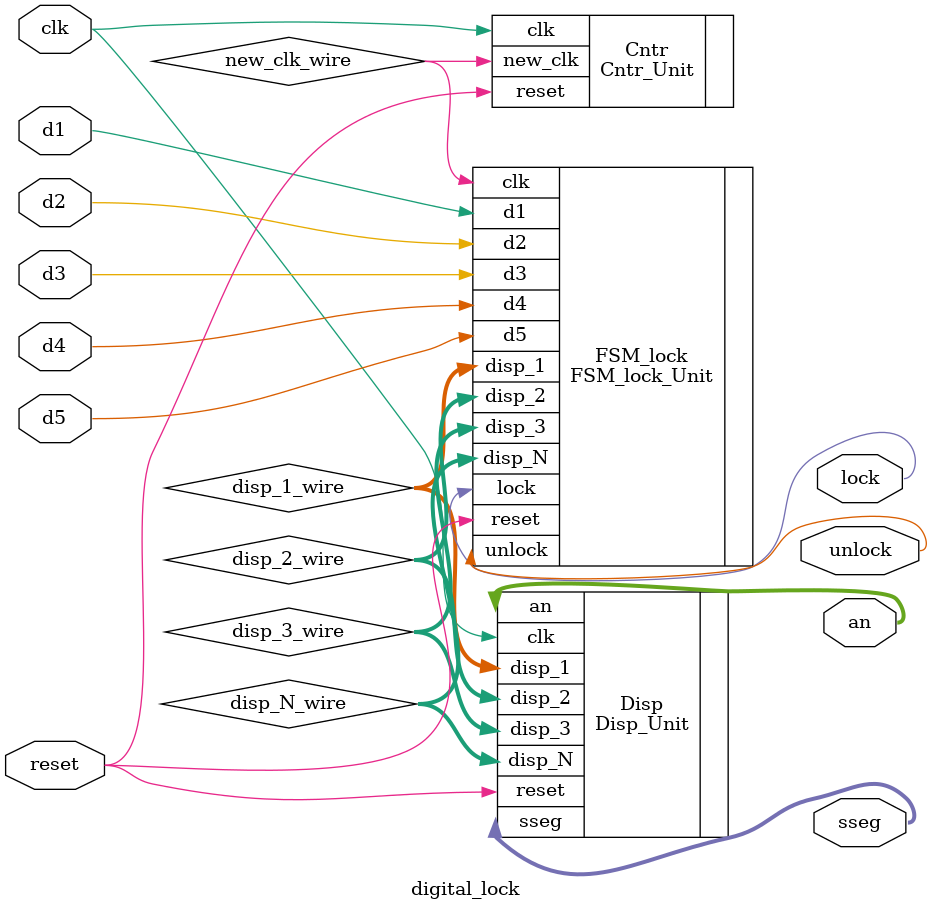
<source format=v>
module digital_lock (
	input  wire       clk   ,
	input  wire       reset ,
	input  wire       d1    ,
	input  wire       d2    ,
	input  wire       d3    ,
	input  wire       d4    ,
	input  wire       d5    ,
	output wire       unlock,
	output wire       lock  ,
	output wire [3:0] an    ,
	output wire [7:0] sseg
);
	wire [2:0] disp_1_wire ;
	wire [2:0] disp_2_wire ;
	wire [2:0] disp_3_wire ;
	wire [2:0] disp_N_wire ;
	wire       new_clk_wire;
	Cntr_Unit Cntr (.clk(clk), .reset(reset), .new_clk(new_clk_wire));
	FSM_lock_Unit FSM_lock (
		.clk   (new_clk_wire),
		.lock  (lock        ),
		.unlock(unlock      ),
		.disp_1(disp_1_wire ),
		.disp_2(disp_2_wire ),
		.disp_3(disp_3_wire ),
		.disp_N(disp_N_wire ),
		.reset (reset       ),
		.d1    (d1          ),
		.d2    (d2          ),
		.d3    (d3          ),
		.d4    (d4          ),
		.d5    (d5          )
	);
	Disp_Unit Disp (
		.clk   (clk        ),
		.reset (reset      ),
		.disp_1(disp_1_wire),
		.disp_2(disp_2_wire),
		.disp_3(disp_3_wire),
		.disp_N(disp_N_wire),
		.sseg  (sseg       ),
		.an    (an         )
	);
endmodule

</source>
